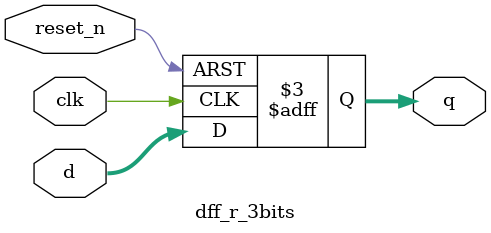
<source format=v>
module dff_r_3bits(clk, reset_n, d, q);// 3 bits flip flop
	input clk,reset_n;
	input [2:0] d;
	output reg [2:0] q;
	
	always@(posedge clk or negedge reset_n)
	begin
      if(reset_n == 0) q <= 0;//Save 0 when reset input is turned on
		else q <= d;
	end
endmodule

</source>
